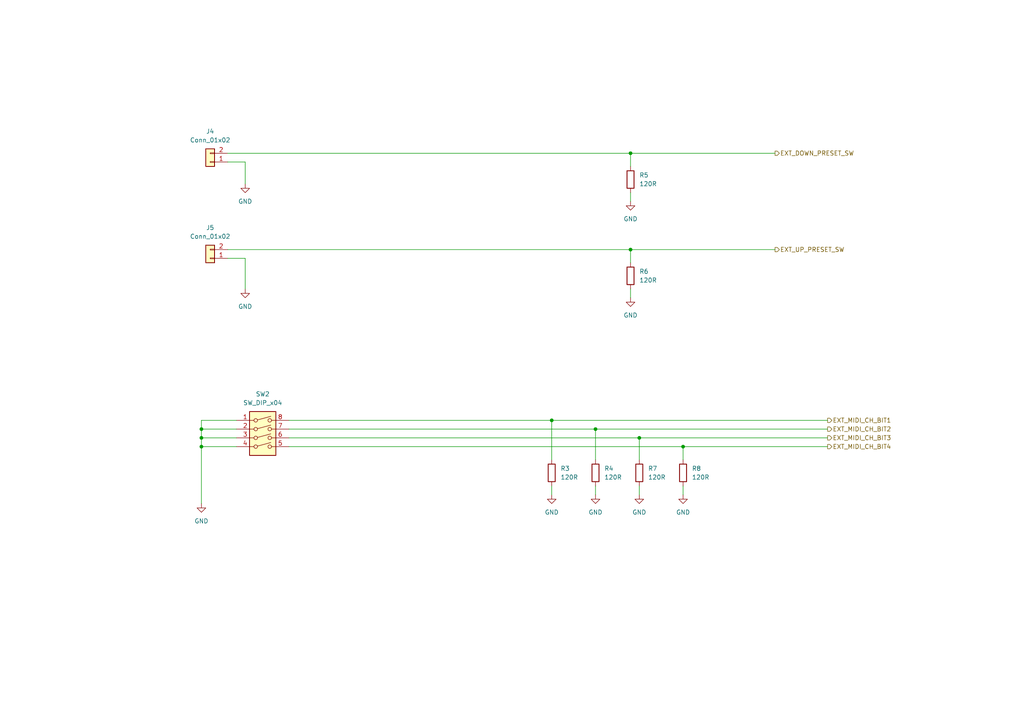
<source format=kicad_sch>
(kicad_sch (version 20230121) (generator eeschema)
  (paper "A4")
  (lib_symbols
    (symbol "Connector_Generic:Conn_01x02" (pin_names (offset 1.016) hide)
      (property "Reference" "J" (at 0 2.54 0))
      (property "Value" "Conn_01x02" (at 0 -5.08 0))
      (symbol "Conn_01x02_1_1"
        (rectangle (start -1.27 -2.413) (end 0 -2.667) (stroke (width 0.1524)))
        (rectangle (start -1.27 0.127) (end 0 -0.127) (stroke (width 0.1524)))
        (rectangle (start -1.27 1.27) (end 1.27 -3.81) (stroke (width 0.254)) (fill (type background)))
        (pin passive line (at -5.08 0 0) (length 3.81) (name "Pin_1") (number "1"))
        (pin passive line (at -5.08 -2.54 0) (length 3.81) (name "Pin_2") (number "2"))
      )
    )
    (symbol "Device:R" (pin_numbers hide) (pin_names (offset 0))
      (property "Reference" "R" (at 2.032 0 90))
      (property "Value" "R" (at 0 0 90))
      (symbol "R_0_1"
        (rectangle (start -1.016 -2.54) (end 1.016 2.54) (stroke (width 0.254)))
      )
      (symbol "R_1_1"
        (pin passive line (at 0 3.81 270) (length 1.27) (name "~") (number "1"))
        (pin passive line (at 0 -3.81 90) (length 1.27) (name "~") (number "2"))
      )
    )
    (symbol "Switch:SW_DIP_x04" (pin_names (offset 0) hide)
      (property "Reference" "SW" (at 0 8.89 0))
      (property "Value" "SW_DIP_x04" (at 0 -6.35 0))
      (symbol "SW_DIP_x04_0_0"
        (circle (center -2.032 -2.54) (radius 0.508))
        (circle (center -2.032 0) (radius 0.508))
        (circle (center -2.032 2.54) (radius 0.508))
        (circle (center -2.032 5.08) (radius 0.508))
        (polyline (pts (xy -1.524 -2.3876) (xy 2.3622 -1.3462)))
        (polyline (pts (xy -1.524 0.127) (xy 2.3622 1.1684)))
        (polyline (pts (xy -1.524 2.667) (xy 2.3622 3.7084)))
        (polyline (pts (xy -1.524 5.207) (xy 2.3622 6.2484)))
        (circle (center 2.032 -2.54) (radius 0.508))
        (circle (center 2.032 0) (radius 0.508))
        (circle (center 2.032 2.54) (radius 0.508))
        (circle (center 2.032 5.08) (radius 0.508))
      )
      (symbol "SW_DIP_x04_0_1"
        (rectangle (start -3.81 7.62) (end 3.81 -5.08) (stroke (width 0.254)) (fill (type background)))
      )
      (symbol "SW_DIP_x04_1_1"
        (pin passive line (at -7.62 5.08 0) (length 5.08) (name "~") (number "1"))
        (pin passive line (at -7.62 2.54 0) (length 5.08) (name "~") (number "2"))
        (pin passive line (at -7.62 0 0) (length 5.08) (name "~") (number "3"))
        (pin passive line (at -7.62 -2.54 0) (length 5.08) (name "~") (number "4"))
        (pin passive line (at 7.62 -2.54 180) (length 5.08) (name "~") (number "5"))
        (pin passive line (at 7.62 0 180) (length 5.08) (name "~") (number "6"))
        (pin passive line (at 7.62 2.54 180) (length 5.08) (name "~") (number "7"))
        (pin passive line (at 7.62 5.08 180) (length 5.08) (name "~") (number "8"))
      )
    )
    (symbol "power:GND" (power) (pin_names (offset 0))
      (property "Value" "GND" (at 0 -3.81 0))
      (symbol "GND_0_1"
        (polyline (pts (xy 0 0) (xy 0 -1.27) (xy 1.27 -1.27) (xy 0 -2.54) (xy -1.27 -1.27) (xy 0 -1.27)))
      )
      (symbol "GND_1_1"
        (pin power_in line (at 0 0 270) (length 0) hide (name "GND") (number "1"))
      )
    )
  )
  (junction (at 185.42 127))
  (junction (at 58.42 129.54))
  (junction (at 182.88 72.39))
  (junction (at 172.72 124.46))
  (junction (at 198.12 129.54))
  (junction (at 182.88 44.45))
  (junction (at 160.02 121.92))
  (junction (at 58.42 127))
  (junction (at 58.42 124.46))
  (wire (pts (xy 66.04 72.39) (xy 182.88 72.39)))
  (wire (pts (xy 71.12 83.82) (xy 71.12 74.93)))
  (wire (pts (xy 66.04 44.45) (xy 182.88 44.45)))
  (wire (pts (xy 198.12 129.54) (xy 240.03 129.54)))
  (wire (pts (xy 83.82 129.54) (xy 198.12 129.54)))
  (wire (pts (xy 182.88 44.45) (xy 224.79 44.45)))
  (wire (pts (xy 58.42 127) (xy 68.58 127)))
  (wire (pts (xy 172.72 124.46) (xy 240.03 124.46)))
  (wire (pts (xy 58.42 124.46) (xy 68.58 124.46)))
  (wire (pts (xy 182.88 44.45) (xy 182.88 48.26)))
  (wire (pts (xy 160.02 121.92) (xy 160.02 133.35)))
  (wire (pts (xy 83.82 121.92) (xy 160.02 121.92)))
  (wire (pts (xy 58.42 124.46) (xy 58.42 127)))
  (wire (pts (xy 182.88 83.82) (xy 182.88 86.36)))
  (wire (pts (xy 58.42 121.92) (xy 58.42 124.46)))
  (wire (pts (xy 160.02 140.97) (xy 160.02 143.51)))
  (wire (pts (xy 66.04 46.99) (xy 71.12 46.99)))
  (wire (pts (xy 182.88 72.39) (xy 224.79 72.39)))
  (wire (pts (xy 71.12 46.99) (xy 71.12 53.34)))
  (wire (pts (xy 71.12 74.93) (xy 66.04 74.93)))
  (wire (pts (xy 182.88 72.39) (xy 182.88 76.2)))
  (wire (pts (xy 83.82 124.46) (xy 172.72 124.46)))
  (wire (pts (xy 185.42 127) (xy 240.03 127)))
  (wire (pts (xy 58.42 127) (xy 58.42 129.54)))
  (wire (pts (xy 172.72 140.97) (xy 172.72 143.51)))
  (wire (pts (xy 198.12 129.54) (xy 198.12 133.35)))
  (wire (pts (xy 172.72 124.46) (xy 172.72 133.35)))
  (wire (pts (xy 185.42 140.97) (xy 185.42 143.51)))
  (wire (pts (xy 68.58 121.92) (xy 58.42 121.92)))
  (wire (pts (xy 182.88 55.88) (xy 182.88 58.42)))
  (wire (pts (xy 198.12 140.97) (xy 198.12 143.51)))
  (wire (pts (xy 83.82 127) (xy 185.42 127)))
  (wire (pts (xy 160.02 121.92) (xy 240.03 121.92)))
  (wire (pts (xy 185.42 127) (xy 185.42 133.35)))
  (wire (pts (xy 58.42 129.54) (xy 68.58 129.54)))
  (wire (pts (xy 58.42 129.54) (xy 58.42 146.05)))
  (hierarchical_label "EXT_DOWN_PRESET_SW" (shape output) (at 224.79 44.45 0))
  (hierarchical_label "EXT_MIDI_CH_BIT4" (shape output) (at 240.03 129.54 0))
  (hierarchical_label "EXT_UP_PRESET_SW" (shape output) (at 224.79 72.39 0))
  (hierarchical_label "EXT_MIDI_CH_BIT1" (shape output) (at 240.03 121.92 0))
  (hierarchical_label "EXT_MIDI_CH_BIT2" (shape output) (at 240.03 124.46 0))
  (hierarchical_label "EXT_MIDI_CH_BIT3" (shape output) (at 240.03 127 0))
  (symbol (lib_id "Device:R") (at 185.42 137.16 0) (unit 1)
    (property "Reference" "R7" (at 187.96 135.8899 0) (effects (justify left)))
    (property "Value" "120R" (at 187.96 138.4299 0) (effects (justify left)))
    (property "Footprint" "Resistor_SMD:R_0805_2012Metric_Pad1.20x1.40mm_HandSolder" (effects hide))
  )
  (symbol (lib_id "power:GND") (at 172.72 143.51 0) (unit 1)
    (property "Reference" "#PWR020" (effects hide))
    (property "Value" "GND" (at 172.72 148.59 0))
  )
  (symbol (lib_id "power:GND") (at 71.12 53.34 0) (unit 1)
    (property "Reference" "#PWR017" (effects hide))
    (property "Value" "GND" (at 71.12 58.42 0))
  )
  (symbol (lib_id "power:GND") (at 160.02 143.51 0) (unit 1)
    (property "Reference" "#PWR019" (effects hide))
    (property "Value" "GND" (at 160.02 148.59 0))
  )
  (symbol (lib_id "power:GND") (at 182.88 58.42 0) (unit 1)
    (property "Reference" "#PWR021" (effects hide))
    (property "Value" "GND" (at 182.88 63.5 0))
  )
  (symbol (lib_id "power:GND") (at 58.42 146.05 0) (unit 1)
    (property "Reference" "#PWR016" (effects hide))
    (property "Value" "GND" (at 58.42 151.13 0))
  )
  (symbol (lib_id "Device:R") (at 160.02 137.16 0) (unit 1)
    (property "Reference" "R3" (at 162.56 135.8899 0) (effects (justify left)))
    (property "Value" "120R" (at 162.56 138.4299 0) (effects (justify left)))
    (property "Footprint" "Resistor_SMD:R_0805_2012Metric_Pad1.20x1.40mm_HandSolder" (effects hide))
  )
  (symbol (lib_id "power:GND") (at 71.12 83.82 0) (unit 1)
    (property "Reference" "#PWR018" (effects hide))
    (property "Value" "GND" (at 71.12 88.9 0))
  )
  (symbol (lib_id "power:GND") (at 185.42 143.51 0) (unit 1)
    (property "Reference" "#PWR023" (effects hide))
    (property "Value" "GND" (at 185.42 148.59 0))
  )
  (symbol (lib_id "Device:R") (at 172.72 137.16 0) (unit 1)
    (property "Reference" "R4" (at 175.26 135.8899 0) (effects (justify left)))
    (property "Value" "120R" (at 175.26 138.4299 0) (effects (justify left)))
    (property "Footprint" "Resistor_SMD:R_0805_2012Metric_Pad1.20x1.40mm_HandSolder" (effects hide))
  )
  (symbol (lib_id "Device:R") (at 182.88 80.01 0) (unit 1)
    (property "Reference" "R6" (at 185.42 78.7399 0) (effects (justify left)))
    (property "Value" "120R" (at 185.42 81.2799 0) (effects (justify left)))
    (property "Footprint" "Resistor_SMD:R_0805_2012Metric_Pad1.20x1.40mm_HandSolder" (effects hide))
  )
  (symbol (lib_id "power:GND") (at 182.88 86.36 0) (unit 1)
    (property "Reference" "#PWR022" (effects hide))
    (property "Value" "GND" (at 182.88 91.44 0))
  )
  (symbol (lib_id "Device:R") (at 198.12 137.16 0) (unit 1)
    (property "Reference" "R8" (at 200.66 135.8899 0) (effects (justify left)))
    (property "Value" "120R" (at 200.66 138.4299 0) (effects (justify left)))
    (property "Footprint" "Resistor_SMD:R_0805_2012Metric_Pad1.20x1.40mm_HandSolder" (effects hide))
  )
  (symbol (lib_id "power:GND") (at 198.12 143.51 0) (unit 1)
    (property "Reference" "#PWR024" (effects hide))
    (property "Value" "GND" (at 198.12 148.59 0))
  )
  (symbol (lib_id "Connector_Generic:Conn_01x02") (at 60.96 46.99 180) (unit 1)
    (property "Reference" "J4" (at 60.96 38.1 0))
    (property "Value" "Conn_01x02" (at 60.96 40.64 0))
    (property "Footprint" "Connector_PinHeader_2.54mm:PinHeader_1x02_P2.54mm_Horizontal" (effects hide))
  )
  (symbol (lib_id "Device:R") (at 182.88 52.07 0) (unit 1)
    (property "Reference" "R5" (at 185.42 50.7999 0) (effects (justify left)))
    (property "Value" "120R" (at 185.42 53.3399 0) (effects (justify left)))
    (property "Footprint" "Resistor_SMD:R_0805_2012Metric_Pad1.20x1.40mm_HandSolder" (effects hide))
  )
  (symbol (lib_id "Connector_Generic:Conn_01x02") (at 60.96 74.93 180) (unit 1)
    (property "Reference" "J5" (at 60.96 66.04 0))
    (property "Value" "Conn_01x02" (at 60.96 68.58 0))
    (property "Footprint" "Connector_PinHeader_2.54mm:PinHeader_1x02_P2.54mm_Horizontal" (effects hide))
  )
  (symbol (lib_id "Switch:SW_DIP_x04") (at 76.2 127 0) (unit 1)
    (property "Reference" "SW2" (at 76.2 114.3 0))
    (property "Value" "SW_DIP_x04" (at 76.2 116.84 0))
    (property "Footprint" "Button_Switch_THT:SW_DIP_SPSTx04_Slide_6.7x11.72mm_W7.62mm_P2.54mm_LowProfile" (effects hide))
  )
)
</source>
